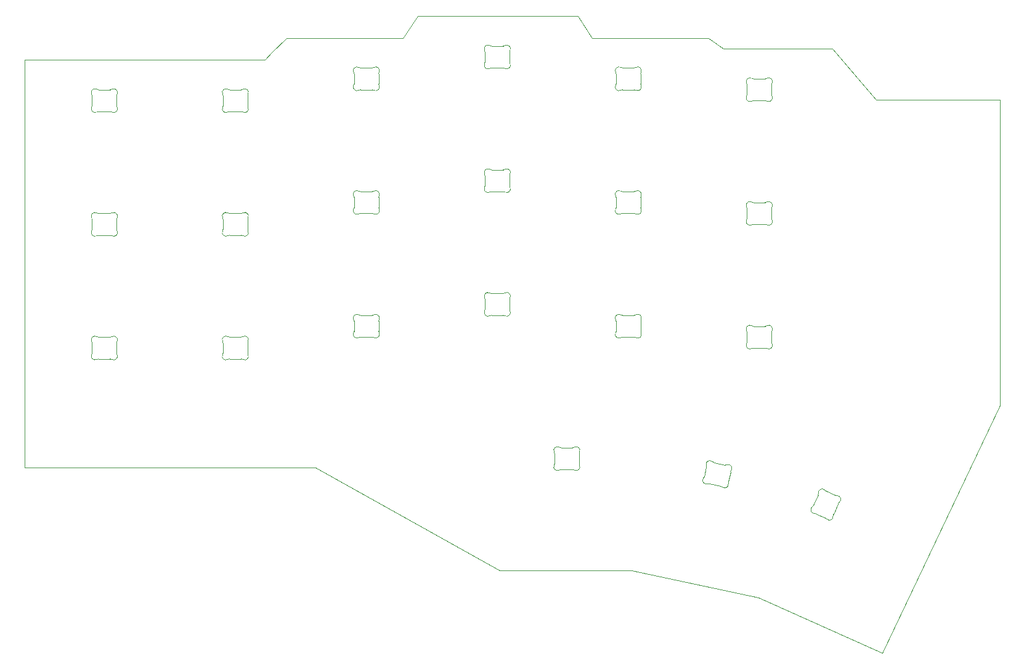
<source format=gm1>
%TF.GenerationSoftware,KiCad,Pcbnew,9.0.5*%
%TF.CreationDate,2025-11-02T20:14:42+07:00*%
%TF.ProjectId,moon_knight_v1,6d6f6f6e-5f6b-46e6-9967-68745f76312e,rev?*%
%TF.SameCoordinates,Original*%
%TF.FileFunction,Profile,NP*%
%FSLAX46Y46*%
G04 Gerber Fmt 4.6, Leading zero omitted, Abs format (unit mm)*
G04 Created by KiCad (PCBNEW 9.0.5) date 2025-11-02 20:14:42*
%MOMM*%
%LPD*%
G01*
G04 APERTURE LIST*
%TA.AperFunction,Profile*%
%ADD10C,0.050000*%
%TD*%
%TA.AperFunction,Profile*%
%ADD11C,0.100000*%
%TD*%
G04 APERTURE END LIST*
D10*
X111381190Y-41815000D02*
X109381190Y-40315000D01*
X51381190Y-40315000D02*
X49381190Y-42315000D01*
X51381190Y-40315000D02*
X67381190Y-40315000D01*
X15381190Y-43315000D02*
X47381190Y-43315000D01*
X111381190Y-41815000D02*
X126381190Y-41815000D01*
X93381190Y-40315000D02*
X109381190Y-40315000D01*
X126381190Y-41815000D02*
X132381190Y-48815000D01*
X80701952Y-113511900D02*
X55381190Y-99315000D01*
X98797085Y-113510900D02*
X116208119Y-117211698D01*
X98797085Y-113510900D02*
X80701952Y-113511900D01*
X49381190Y-42315000D02*
X48381190Y-43315000D01*
X132381190Y-48815000D02*
X149381190Y-48815000D01*
X91381190Y-37315000D02*
X93381190Y-40315000D01*
X15381190Y-99315000D02*
X15381190Y-43315000D01*
X15381190Y-99315000D02*
X55381190Y-99315000D01*
X149381190Y-90815000D02*
X133245843Y-124826988D01*
X69381190Y-37315000D02*
X91381190Y-37315000D01*
X48381190Y-43315000D02*
X47381190Y-43315000D01*
X149381190Y-90815000D02*
X149381190Y-48815000D01*
X133245843Y-124826988D02*
X116208119Y-117211698D01*
X67381190Y-40315000D02*
X69381190Y-37315000D01*
D11*
%TO.C,LED12*%
X114646191Y-65127843D02*
X114646191Y-63722159D01*
X115551738Y-62925001D02*
X117140642Y-62925001D01*
X117140642Y-65925000D02*
X115551737Y-65925000D01*
X118046189Y-63722159D02*
X118046189Y-65127843D01*
X114596706Y-63505281D02*
G75*
G02*
X114646191Y-63722159I-450505J-216876D01*
G01*
X114596706Y-63505282D02*
G75*
G02*
X115299479Y-62856702I450514J216880D01*
G01*
X114646191Y-65127844D02*
G75*
G02*
X114596706Y-65344721I-499990J-1D01*
G01*
X115299479Y-65993299D02*
G75*
G02*
X114596705Y-65344721I-252259J431700D01*
G01*
X115299479Y-65993299D02*
G75*
G02*
X115551737Y-65925000I252261J-431710D01*
G01*
X115551738Y-62925001D02*
G75*
G02*
X115299479Y-62856702I2J500009D01*
G01*
X117140643Y-65925001D02*
G75*
G02*
X117392901Y-65993300I-3J-500009D01*
G01*
X117392900Y-62856702D02*
G75*
G02*
X117140642Y-62925000I-252260J431712D01*
G01*
X117392901Y-62856704D02*
G75*
G02*
X118095670Y-63505279I252259J-431696D01*
G01*
X118046189Y-63722158D02*
G75*
G02*
X118095673Y-63505281I500361J-82D01*
G01*
X118095674Y-65344721D02*
G75*
G02*
X117392901Y-65993300I-450514J-216879D01*
G01*
X118095674Y-65344721D02*
G75*
G02*
X118046214Y-65127843I450516J216821D01*
G01*
%TO.C,LED6*%
X24646191Y-49627841D02*
X24646191Y-48222157D01*
X25551738Y-47425000D02*
X27140643Y-47425000D01*
X27140642Y-50424999D02*
X25551738Y-50424999D01*
X28046189Y-48222157D02*
X28046189Y-49627841D01*
X24596706Y-48005279D02*
G75*
G02*
X24646166Y-48222157I-450516J-216821D01*
G01*
X24596706Y-48005279D02*
G75*
G02*
X25299479Y-47356700I450514J216879D01*
G01*
X24646191Y-49627842D02*
G75*
G02*
X24596707Y-49844719I-500361J82D01*
G01*
X25299479Y-50493296D02*
G75*
G02*
X24596710Y-49844721I-252259J431696D01*
G01*
X25299480Y-50493298D02*
G75*
G02*
X25551738Y-50425000I252260J-431712D01*
G01*
X25551737Y-47424999D02*
G75*
G02*
X25299479Y-47356700I3J500009D01*
G01*
X27140642Y-50424999D02*
G75*
G02*
X27392901Y-50493298I-2J-500009D01*
G01*
X27392901Y-47356701D02*
G75*
G02*
X27140643Y-47425000I-252261J431710D01*
G01*
X27392901Y-47356701D02*
G75*
G02*
X28095675Y-48005279I252259J-431700D01*
G01*
X28046189Y-48222156D02*
G75*
G02*
X28095674Y-48005279I499990J1D01*
G01*
X28095674Y-49844718D02*
G75*
G02*
X27392901Y-50493298I-450514J-216880D01*
G01*
X28095674Y-49844719D02*
G75*
G02*
X28046189Y-49627841I450505J216876D01*
G01*
%TO.C,LED20*%
X108761331Y-100613590D02*
X109053589Y-99238623D01*
X110105086Y-98647159D02*
X111659269Y-98977510D01*
X111035534Y-101911952D02*
X109481350Y-101581600D01*
X112379289Y-99945522D02*
X112087031Y-101320489D01*
X108761332Y-100613591D02*
G75*
G02*
X108667836Y-100815440I-489039J103944D01*
G01*
X109050277Y-99016196D02*
G75*
G02*
X109053589Y-99238623I-485752J-118471D01*
G01*
X109050277Y-99016197D02*
G75*
G02*
X109872541Y-98527904I485761J118474D01*
G01*
X109220402Y-101595959D02*
G75*
G02*
X108667836Y-100815440I-156990J474713D01*
G01*
X109220402Y-101595959D02*
G75*
G02*
X109481350Y-101581600I156990J-474703D01*
G01*
X110105086Y-98647159D02*
G75*
G02*
X109872540Y-98527905I103963J489089D01*
G01*
X111035535Y-101911951D02*
G75*
G02*
X111268081Y-102031206I-103959J-489075D01*
G01*
X111920214Y-98963151D02*
G75*
G02*
X111659269Y-98977512I-156995J474747D01*
G01*
X111920215Y-98963153D02*
G75*
G02*
X112472781Y-99743669I156992J-474710D01*
G01*
X112090343Y-101542916D02*
G75*
G02*
X111268080Y-102031207I-485761J-118473D01*
G01*
X112090343Y-101542916D02*
G75*
G02*
X112087055Y-101320494I485751J118415D01*
G01*
X112379289Y-99945521D02*
G75*
G02*
X112472784Y-99743672I489400J-104109D01*
G01*
%TO.C,LED5*%
X42646191Y-49627841D02*
X42646191Y-48222157D01*
X43551738Y-47425000D02*
X45140643Y-47425000D01*
X45140642Y-50424999D02*
X43551738Y-50424999D01*
X46046189Y-48222157D02*
X46046189Y-49627841D01*
X42596706Y-48005279D02*
G75*
G02*
X42646166Y-48222157I-450516J-216821D01*
G01*
X42596706Y-48005279D02*
G75*
G02*
X43299479Y-47356700I450514J216879D01*
G01*
X42646191Y-49627842D02*
G75*
G02*
X42596707Y-49844719I-500361J82D01*
G01*
X43299479Y-50493296D02*
G75*
G02*
X42596710Y-49844721I-252259J431696D01*
G01*
X43299480Y-50493298D02*
G75*
G02*
X43551738Y-50425000I252260J-431712D01*
G01*
X43551737Y-47424999D02*
G75*
G02*
X43299479Y-47356700I3J500009D01*
G01*
X45140642Y-50424999D02*
G75*
G02*
X45392901Y-50493298I-2J-500009D01*
G01*
X45392901Y-47356701D02*
G75*
G02*
X45140643Y-47425000I-252261J431710D01*
G01*
X45392901Y-47356701D02*
G75*
G02*
X46095675Y-48005279I252259J-431700D01*
G01*
X46046189Y-48222156D02*
G75*
G02*
X46095674Y-48005279I499990J1D01*
G01*
X46095674Y-49844718D02*
G75*
G02*
X45392901Y-50493298I-450514J-216880D01*
G01*
X46095674Y-49844719D02*
G75*
G02*
X46046189Y-49627841I450505J216876D01*
G01*
%TO.C,LED13*%
X114646191Y-82127841D02*
X114646191Y-80722157D01*
X115551738Y-79925000D02*
X117140643Y-79925000D01*
X117140642Y-82924999D02*
X115551738Y-82924999D01*
X118046189Y-80722157D02*
X118046189Y-82127841D01*
X114596706Y-80505279D02*
G75*
G02*
X114646166Y-80722157I-450516J-216821D01*
G01*
X114596706Y-80505279D02*
G75*
G02*
X115299479Y-79856700I450514J216879D01*
G01*
X114646191Y-82127842D02*
G75*
G02*
X114596707Y-82344719I-500361J82D01*
G01*
X115299479Y-82993296D02*
G75*
G02*
X114596710Y-82344721I-252259J431696D01*
G01*
X115299480Y-82993298D02*
G75*
G02*
X115551738Y-82925000I252260J-431712D01*
G01*
X115551737Y-79924999D02*
G75*
G02*
X115299479Y-79856700I3J500009D01*
G01*
X117140642Y-82924999D02*
G75*
G02*
X117392901Y-82993298I-2J-500009D01*
G01*
X117392901Y-79856701D02*
G75*
G02*
X117140643Y-79925000I-252261J431710D01*
G01*
X117392901Y-79856701D02*
G75*
G02*
X118095675Y-80505279I252259J-431700D01*
G01*
X118046189Y-80722156D02*
G75*
G02*
X118095674Y-80505279I499990J1D01*
G01*
X118095674Y-82344718D02*
G75*
G02*
X117392901Y-82993298I-450514J-216880D01*
G01*
X118095674Y-82344719D02*
G75*
G02*
X118046189Y-82127841I450505J216876D01*
G01*
%TO.C,LED2*%
X96646191Y-46627841D02*
X96646191Y-45222157D01*
X97551738Y-44425000D02*
X99140643Y-44425000D01*
X99140642Y-47424999D02*
X97551738Y-47424999D01*
X100046189Y-45222157D02*
X100046189Y-46627841D01*
X96596706Y-45005279D02*
G75*
G02*
X96646166Y-45222157I-450516J-216821D01*
G01*
X96596706Y-45005279D02*
G75*
G02*
X97299479Y-44356700I450514J216879D01*
G01*
X96646191Y-46627842D02*
G75*
G02*
X96596707Y-46844719I-500361J82D01*
G01*
X97299479Y-47493296D02*
G75*
G02*
X96596710Y-46844721I-252259J431696D01*
G01*
X97299480Y-47493298D02*
G75*
G02*
X97551738Y-47425000I252260J-431712D01*
G01*
X97551737Y-44424999D02*
G75*
G02*
X97299479Y-44356700I3J500009D01*
G01*
X99140642Y-47424999D02*
G75*
G02*
X99392901Y-47493298I-2J-500009D01*
G01*
X99392901Y-44356701D02*
G75*
G02*
X99140643Y-44425000I-252261J431710D01*
G01*
X99392901Y-44356701D02*
G75*
G02*
X100095675Y-45005279I252259J-431700D01*
G01*
X100046189Y-45222156D02*
G75*
G02*
X100095674Y-45005279I499990J1D01*
G01*
X100095674Y-46844718D02*
G75*
G02*
X99392901Y-47493298I-450514J-216880D01*
G01*
X100095674Y-46844719D02*
G75*
G02*
X100046189Y-46627841I450505J216876D01*
G01*
%TO.C,LED14*%
X96646191Y-80627841D02*
X96646191Y-79222157D01*
X97551738Y-78425000D02*
X99140643Y-78425000D01*
X99140642Y-81424999D02*
X97551738Y-81424999D01*
X100046189Y-79222157D02*
X100046189Y-80627841D01*
X96596706Y-79005279D02*
G75*
G02*
X96646166Y-79222157I-450516J-216821D01*
G01*
X96596706Y-79005279D02*
G75*
G02*
X97299479Y-78356700I450514J216879D01*
G01*
X96646191Y-80627842D02*
G75*
G02*
X96596707Y-80844719I-500361J82D01*
G01*
X97299479Y-81493296D02*
G75*
G02*
X96596710Y-80844721I-252259J431696D01*
G01*
X97299480Y-81493298D02*
G75*
G02*
X97551738Y-81425000I252260J-431712D01*
G01*
X97551737Y-78424999D02*
G75*
G02*
X97299479Y-78356700I3J500009D01*
G01*
X99140642Y-81424999D02*
G75*
G02*
X99392901Y-81493298I-2J-500009D01*
G01*
X99392901Y-78356701D02*
G75*
G02*
X99140643Y-78425000I-252261J431710D01*
G01*
X99392901Y-78356701D02*
G75*
G02*
X100095675Y-79005279I252259J-431700D01*
G01*
X100046189Y-79222156D02*
G75*
G02*
X100095674Y-79005279I499990J1D01*
G01*
X100095674Y-80844718D02*
G75*
G02*
X99392901Y-81493298I-450514J-216880D01*
G01*
X100095674Y-80844719D02*
G75*
G02*
X100046189Y-80627841I450505J216876D01*
G01*
%TO.C,LED15*%
X78646191Y-77627841D02*
X78646191Y-76222157D01*
X79551738Y-75425000D02*
X81140643Y-75425000D01*
X81140642Y-78424999D02*
X79551738Y-78424999D01*
X82046189Y-76222157D02*
X82046189Y-77627841D01*
X78596706Y-76005279D02*
G75*
G02*
X78646166Y-76222157I-450516J-216821D01*
G01*
X78596706Y-76005279D02*
G75*
G02*
X79299479Y-75356700I450514J216879D01*
G01*
X78646191Y-77627842D02*
G75*
G02*
X78596707Y-77844719I-500361J82D01*
G01*
X79299479Y-78493296D02*
G75*
G02*
X78596710Y-77844721I-252259J431696D01*
G01*
X79299480Y-78493298D02*
G75*
G02*
X79551738Y-78425000I252260J-431712D01*
G01*
X79551737Y-75424999D02*
G75*
G02*
X79299479Y-75356700I3J500009D01*
G01*
X81140642Y-78424999D02*
G75*
G02*
X81392901Y-78493298I-2J-500009D01*
G01*
X81392901Y-75356701D02*
G75*
G02*
X81140643Y-75425000I-252261J431710D01*
G01*
X81392901Y-75356701D02*
G75*
G02*
X82095675Y-76005279I252259J-431700D01*
G01*
X82046189Y-76222156D02*
G75*
G02*
X82095674Y-76005279I499990J1D01*
G01*
X82095674Y-77844718D02*
G75*
G02*
X81392901Y-78493298I-450514J-216880D01*
G01*
X82095674Y-77844719D02*
G75*
G02*
X82046189Y-77627841I450505J216876D01*
G01*
%TO.C,LED9*%
X60646191Y-63627843D02*
X60646191Y-62222159D01*
X61551738Y-61425001D02*
X63140642Y-61425001D01*
X63140642Y-64425000D02*
X61551737Y-64425000D01*
X64046189Y-62222159D02*
X64046189Y-63627843D01*
X60596706Y-62005281D02*
G75*
G02*
X60646191Y-62222159I-450505J-216876D01*
G01*
X60596706Y-62005282D02*
G75*
G02*
X61299479Y-61356702I450514J216880D01*
G01*
X60646191Y-63627844D02*
G75*
G02*
X60596706Y-63844721I-499990J-1D01*
G01*
X61299479Y-64493299D02*
G75*
G02*
X60596705Y-63844721I-252259J431700D01*
G01*
X61299479Y-64493299D02*
G75*
G02*
X61551737Y-64425000I252261J-431710D01*
G01*
X61551738Y-61425001D02*
G75*
G02*
X61299479Y-61356702I2J500009D01*
G01*
X63140643Y-64425001D02*
G75*
G02*
X63392901Y-64493300I-3J-500009D01*
G01*
X63392900Y-61356702D02*
G75*
G02*
X63140642Y-61425000I-252260J431712D01*
G01*
X63392901Y-61356704D02*
G75*
G02*
X64095670Y-62005279I252259J-431696D01*
G01*
X64046189Y-62222158D02*
G75*
G02*
X64095673Y-62005281I500361J-82D01*
G01*
X64095674Y-63844721D02*
G75*
G02*
X63392901Y-64493300I-450514J-216879D01*
G01*
X64095674Y-63844721D02*
G75*
G02*
X64046214Y-63627843I450516J216821D01*
G01*
%TO.C,LED10*%
X78646191Y-60627843D02*
X78646191Y-59222159D01*
X79551738Y-58425001D02*
X81140642Y-58425001D01*
X81140642Y-61425000D02*
X79551737Y-61425000D01*
X82046189Y-59222159D02*
X82046189Y-60627843D01*
X78596706Y-59005281D02*
G75*
G02*
X78646191Y-59222159I-450505J-216876D01*
G01*
X78596706Y-59005282D02*
G75*
G02*
X79299479Y-58356702I450514J216880D01*
G01*
X78646191Y-60627844D02*
G75*
G02*
X78596706Y-60844721I-499990J-1D01*
G01*
X79299479Y-61493299D02*
G75*
G02*
X78596705Y-60844721I-252259J431700D01*
G01*
X79299479Y-61493299D02*
G75*
G02*
X79551737Y-61425000I252261J-431710D01*
G01*
X79551738Y-58425001D02*
G75*
G02*
X79299479Y-58356702I2J500009D01*
G01*
X81140643Y-61425001D02*
G75*
G02*
X81392901Y-61493300I-3J-500009D01*
G01*
X81392900Y-58356702D02*
G75*
G02*
X81140642Y-58425000I-252260J431712D01*
G01*
X81392901Y-58356704D02*
G75*
G02*
X82095670Y-59005279I252259J-431696D01*
G01*
X82046189Y-59222158D02*
G75*
G02*
X82095673Y-59005281I500361J-82D01*
G01*
X82095674Y-60844721D02*
G75*
G02*
X81392901Y-61493300I-450514J-216879D01*
G01*
X82095674Y-60844721D02*
G75*
G02*
X82046214Y-60627843I450516J216821D01*
G01*
%TO.C,LED3*%
X78646191Y-43627841D02*
X78646191Y-42222157D01*
X79551738Y-41425000D02*
X81140643Y-41425000D01*
X81140642Y-44424999D02*
X79551738Y-44424999D01*
X82046189Y-42222157D02*
X82046189Y-43627841D01*
X78596706Y-42005279D02*
G75*
G02*
X78646166Y-42222157I-450516J-216821D01*
G01*
X78596706Y-42005279D02*
G75*
G02*
X79299479Y-41356700I450514J216879D01*
G01*
X78646191Y-43627842D02*
G75*
G02*
X78596707Y-43844719I-500361J82D01*
G01*
X79299479Y-44493296D02*
G75*
G02*
X78596710Y-43844721I-252259J431696D01*
G01*
X79299480Y-44493298D02*
G75*
G02*
X79551738Y-44425000I252260J-431712D01*
G01*
X79551737Y-41424999D02*
G75*
G02*
X79299479Y-41356700I3J500009D01*
G01*
X81140642Y-44424999D02*
G75*
G02*
X81392901Y-44493298I-2J-500009D01*
G01*
X81392901Y-41356701D02*
G75*
G02*
X81140643Y-41425000I-252261J431710D01*
G01*
X81392901Y-41356701D02*
G75*
G02*
X82095675Y-42005279I252259J-431700D01*
G01*
X82046189Y-42222156D02*
G75*
G02*
X82095674Y-42005279I499990J1D01*
G01*
X82095674Y-43844718D02*
G75*
G02*
X81392901Y-44493298I-450514J-216880D01*
G01*
X82095674Y-43844719D02*
G75*
G02*
X82046189Y-43627841I450505J216876D01*
G01*
%TO.C,LED7*%
X24646191Y-66627843D02*
X24646191Y-65222159D01*
X25551738Y-64425001D02*
X27140642Y-64425001D01*
X27140642Y-67425000D02*
X25551737Y-67425000D01*
X28046189Y-65222159D02*
X28046189Y-66627843D01*
X24596706Y-65005281D02*
G75*
G02*
X24646191Y-65222159I-450505J-216876D01*
G01*
X24596706Y-65005282D02*
G75*
G02*
X25299479Y-64356702I450514J216880D01*
G01*
X24646191Y-66627844D02*
G75*
G02*
X24596706Y-66844721I-499990J-1D01*
G01*
X25299479Y-67493299D02*
G75*
G02*
X24596705Y-66844721I-252259J431700D01*
G01*
X25299479Y-67493299D02*
G75*
G02*
X25551737Y-67425000I252261J-431710D01*
G01*
X25551738Y-64425001D02*
G75*
G02*
X25299479Y-64356702I2J500009D01*
G01*
X27140643Y-67425001D02*
G75*
G02*
X27392901Y-67493300I-3J-500009D01*
G01*
X27392900Y-64356702D02*
G75*
G02*
X27140642Y-64425000I-252260J431712D01*
G01*
X27392901Y-64356704D02*
G75*
G02*
X28095670Y-65005279I252259J-431696D01*
G01*
X28046189Y-65222158D02*
G75*
G02*
X28095673Y-65005281I500361J-82D01*
G01*
X28095674Y-66844721D02*
G75*
G02*
X27392901Y-67493300I-450514J-216879D01*
G01*
X28095674Y-66844721D02*
G75*
G02*
X28046214Y-66627843I450516J216821D01*
G01*
%TO.C,LED8*%
X42646191Y-66627843D02*
X42646191Y-65222159D01*
X43551738Y-64425001D02*
X45140642Y-64425001D01*
X45140642Y-67425000D02*
X43551737Y-67425000D01*
X46046189Y-65222159D02*
X46046189Y-66627843D01*
X42596706Y-65005281D02*
G75*
G02*
X42646191Y-65222159I-450505J-216876D01*
G01*
X42596706Y-65005282D02*
G75*
G02*
X43299479Y-64356702I450514J216880D01*
G01*
X42646191Y-66627844D02*
G75*
G02*
X42596706Y-66844721I-499990J-1D01*
G01*
X43299479Y-67493299D02*
G75*
G02*
X42596705Y-66844721I-252259J431700D01*
G01*
X43299479Y-67493299D02*
G75*
G02*
X43551737Y-67425000I252261J-431710D01*
G01*
X43551738Y-64425001D02*
G75*
G02*
X43299479Y-64356702I2J500009D01*
G01*
X45140643Y-67425001D02*
G75*
G02*
X45392901Y-67493300I-3J-500009D01*
G01*
X45392900Y-64356702D02*
G75*
G02*
X45140642Y-64425000I-252260J431712D01*
G01*
X45392901Y-64356704D02*
G75*
G02*
X46095670Y-65005279I252259J-431696D01*
G01*
X46046189Y-65222158D02*
G75*
G02*
X46095673Y-65005281I500361J-82D01*
G01*
X46095674Y-66844721D02*
G75*
G02*
X45392901Y-67493300I-450514J-216879D01*
G01*
X46095674Y-66844721D02*
G75*
G02*
X46046214Y-66627843I450516J216821D01*
G01*
%TO.C,LED11*%
X96646191Y-63627843D02*
X96646191Y-62222159D01*
X97551738Y-61425001D02*
X99140642Y-61425001D01*
X99140642Y-64425000D02*
X97551737Y-64425000D01*
X100046189Y-62222159D02*
X100046189Y-63627843D01*
X96596706Y-62005281D02*
G75*
G02*
X96646191Y-62222159I-450505J-216876D01*
G01*
X96596706Y-62005282D02*
G75*
G02*
X97299479Y-61356702I450514J216880D01*
G01*
X96646191Y-63627844D02*
G75*
G02*
X96596706Y-63844721I-499990J-1D01*
G01*
X97299479Y-64493299D02*
G75*
G02*
X96596705Y-63844721I-252259J431700D01*
G01*
X97299479Y-64493299D02*
G75*
G02*
X97551737Y-64425000I252261J-431710D01*
G01*
X97551738Y-61425001D02*
G75*
G02*
X97299479Y-61356702I2J500009D01*
G01*
X99140643Y-64425001D02*
G75*
G02*
X99392901Y-64493300I-3J-500009D01*
G01*
X99392900Y-61356702D02*
G75*
G02*
X99140642Y-61425000I-252260J431712D01*
G01*
X99392901Y-61356704D02*
G75*
G02*
X100095670Y-62005279I252259J-431696D01*
G01*
X100046189Y-62222158D02*
G75*
G02*
X100095673Y-62005281I500361J-82D01*
G01*
X100095674Y-63844721D02*
G75*
G02*
X99392901Y-64493300I-450514J-216879D01*
G01*
X100095674Y-63844721D02*
G75*
G02*
X100046214Y-63627843I450516J216821D01*
G01*
%TO.C,LED21*%
X123783108Y-104554993D02*
X124429373Y-103103457D01*
X125427185Y-106278228D02*
X124143029Y-105706485D01*
X125525933Y-102600432D02*
X126810089Y-103172176D01*
X127170009Y-104323667D02*
X126523743Y-105775204D01*
X123783108Y-104554993D02*
G75*
G02*
X123618111Y-104757664I-456786J203378D01*
G01*
X123924774Y-105663480D02*
G75*
G02*
X124143029Y-105706485I14882J-499806D01*
G01*
X123924775Y-105663480D02*
G75*
G02*
X123618112Y-104757665I-14890J499777D01*
G01*
X124469582Y-102845229D02*
G75*
G02*
X124429371Y-103103456I-496970J-54856D01*
G01*
X124469584Y-102845228D02*
G75*
G02*
X125347938Y-102467007I496986J54859D01*
G01*
X125427186Y-106278229D02*
G75*
G02*
X125605186Y-106411647I-203363J-456764D01*
G01*
X125525932Y-102600432D02*
G75*
G02*
X125347932Y-102467013I203611J457092D01*
G01*
X126483535Y-106033433D02*
G75*
G02*
X125605185Y-106411648I-496980J-54863D01*
G01*
X126483535Y-106033433D02*
G75*
G02*
X126523743Y-105775204I497018J54855D01*
G01*
X127028344Y-103215181D02*
G75*
G02*
X126810099Y-103172153I-14834J499756D01*
G01*
X127028344Y-103215181D02*
G75*
G02*
X127335007Y-104120997I14888J-499778D01*
G01*
X127170010Y-104323666D02*
G75*
G02*
X127335007Y-104120997I456780J-203375D01*
G01*
%TO.C,LED1*%
X114646191Y-48127841D02*
X114646191Y-46722157D01*
X115551738Y-45925000D02*
X117140643Y-45925000D01*
X117140642Y-48924999D02*
X115551738Y-48924999D01*
X118046189Y-46722157D02*
X118046189Y-48127841D01*
X114596706Y-46505279D02*
G75*
G02*
X114646166Y-46722157I-450516J-216821D01*
G01*
X114596706Y-46505279D02*
G75*
G02*
X115299479Y-45856700I450514J216879D01*
G01*
X114646191Y-48127842D02*
G75*
G02*
X114596707Y-48344719I-500361J82D01*
G01*
X115299479Y-48993296D02*
G75*
G02*
X114596710Y-48344721I-252259J431696D01*
G01*
X115299480Y-48993298D02*
G75*
G02*
X115551738Y-48925000I252260J-431712D01*
G01*
X115551737Y-45924999D02*
G75*
G02*
X115299479Y-45856700I3J500009D01*
G01*
X117140642Y-48924999D02*
G75*
G02*
X117392901Y-48993298I-2J-500009D01*
G01*
X117392901Y-45856701D02*
G75*
G02*
X117140643Y-45925000I-252261J431710D01*
G01*
X117392901Y-45856701D02*
G75*
G02*
X118095675Y-46505279I252259J-431700D01*
G01*
X118046189Y-46722156D02*
G75*
G02*
X118095674Y-46505279I499990J1D01*
G01*
X118095674Y-48344718D02*
G75*
G02*
X117392901Y-48993298I-450514J-216880D01*
G01*
X118095674Y-48344719D02*
G75*
G02*
X118046189Y-48127841I450505J216876D01*
G01*
%TO.C,LED17*%
X42646191Y-83627841D02*
X42646191Y-82222157D01*
X43551738Y-81425000D02*
X45140643Y-81425000D01*
X45140642Y-84424999D02*
X43551738Y-84424999D01*
X46046189Y-82222157D02*
X46046189Y-83627841D01*
X42596706Y-82005279D02*
G75*
G02*
X42646166Y-82222157I-450516J-216821D01*
G01*
X42596706Y-82005279D02*
G75*
G02*
X43299479Y-81356700I450514J216879D01*
G01*
X42646191Y-83627842D02*
G75*
G02*
X42596707Y-83844719I-500361J82D01*
G01*
X43299479Y-84493296D02*
G75*
G02*
X42596710Y-83844721I-252259J431696D01*
G01*
X43299480Y-84493298D02*
G75*
G02*
X43551738Y-84425000I252260J-431712D01*
G01*
X43551737Y-81424999D02*
G75*
G02*
X43299479Y-81356700I3J500009D01*
G01*
X45140642Y-84424999D02*
G75*
G02*
X45392901Y-84493298I-2J-500009D01*
G01*
X45392901Y-81356701D02*
G75*
G02*
X45140643Y-81425000I-252261J431710D01*
G01*
X45392901Y-81356701D02*
G75*
G02*
X46095675Y-82005279I252259J-431700D01*
G01*
X46046189Y-82222156D02*
G75*
G02*
X46095674Y-82005279I499990J1D01*
G01*
X46095674Y-83844718D02*
G75*
G02*
X45392901Y-84493298I-450514J-216880D01*
G01*
X46095674Y-83844719D02*
G75*
G02*
X46046189Y-83627841I450505J216876D01*
G01*
%TO.C,LED4*%
X60646191Y-46627841D02*
X60646191Y-45222157D01*
X61551738Y-44425000D02*
X63140643Y-44425000D01*
X63140642Y-47424999D02*
X61551738Y-47424999D01*
X64046189Y-45222157D02*
X64046189Y-46627841D01*
X60596706Y-45005279D02*
G75*
G02*
X60646166Y-45222157I-450516J-216821D01*
G01*
X60596706Y-45005279D02*
G75*
G02*
X61299479Y-44356700I450514J216879D01*
G01*
X60646191Y-46627842D02*
G75*
G02*
X60596707Y-46844719I-500361J82D01*
G01*
X61299479Y-47493296D02*
G75*
G02*
X60596710Y-46844721I-252259J431696D01*
G01*
X61299480Y-47493298D02*
G75*
G02*
X61551738Y-47425000I252260J-431712D01*
G01*
X61551737Y-44424999D02*
G75*
G02*
X61299479Y-44356700I3J500009D01*
G01*
X63140642Y-47424999D02*
G75*
G02*
X63392901Y-47493298I-2J-500009D01*
G01*
X63392901Y-44356701D02*
G75*
G02*
X63140643Y-44425000I-252261J431710D01*
G01*
X63392901Y-44356701D02*
G75*
G02*
X64095675Y-45005279I252259J-431700D01*
G01*
X64046189Y-45222156D02*
G75*
G02*
X64095674Y-45005279I499990J1D01*
G01*
X64095674Y-46844718D02*
G75*
G02*
X63392901Y-47493298I-450514J-216880D01*
G01*
X64095674Y-46844719D02*
G75*
G02*
X64046189Y-46627841I450505J216876D01*
G01*
%TO.C,LED18*%
X24646191Y-83627841D02*
X24646191Y-82222157D01*
X25551738Y-81425000D02*
X27140643Y-81425000D01*
X27140642Y-84424999D02*
X25551738Y-84424999D01*
X28046189Y-82222157D02*
X28046189Y-83627841D01*
X24596706Y-82005279D02*
G75*
G02*
X24646166Y-82222157I-450516J-216821D01*
G01*
X24596706Y-82005279D02*
G75*
G02*
X25299479Y-81356700I450514J216879D01*
G01*
X24646191Y-83627842D02*
G75*
G02*
X24596707Y-83844719I-500361J82D01*
G01*
X25299479Y-84493296D02*
G75*
G02*
X24596710Y-83844721I-252259J431696D01*
G01*
X25299480Y-84493298D02*
G75*
G02*
X25551738Y-84425000I252260J-431712D01*
G01*
X25551737Y-81424999D02*
G75*
G02*
X25299479Y-81356700I3J500009D01*
G01*
X27140642Y-84424999D02*
G75*
G02*
X27392901Y-84493298I-2J-500009D01*
G01*
X27392901Y-81356701D02*
G75*
G02*
X27140643Y-81425000I-252261J431710D01*
G01*
X27392901Y-81356701D02*
G75*
G02*
X28095675Y-82005279I252259J-431700D01*
G01*
X28046189Y-82222156D02*
G75*
G02*
X28095674Y-82005279I499990J1D01*
G01*
X28095674Y-83844718D02*
G75*
G02*
X27392901Y-84493298I-450514J-216880D01*
G01*
X28095674Y-83844719D02*
G75*
G02*
X28046189Y-83627841I450505J216876D01*
G01*
%TO.C,LED16*%
X60646191Y-80627841D02*
X60646191Y-79222157D01*
X61551738Y-78425000D02*
X63140643Y-78425000D01*
X63140642Y-81424999D02*
X61551738Y-81424999D01*
X64046189Y-79222157D02*
X64046189Y-80627841D01*
X60596706Y-79005279D02*
G75*
G02*
X60646166Y-79222157I-450516J-216821D01*
G01*
X60596706Y-79005279D02*
G75*
G02*
X61299479Y-78356700I450514J216879D01*
G01*
X60646191Y-80627842D02*
G75*
G02*
X60596707Y-80844719I-500361J82D01*
G01*
X61299479Y-81493296D02*
G75*
G02*
X60596710Y-80844721I-252259J431696D01*
G01*
X61299480Y-81493298D02*
G75*
G02*
X61551738Y-81425000I252260J-431712D01*
G01*
X61551737Y-78424999D02*
G75*
G02*
X61299479Y-78356700I3J500009D01*
G01*
X63140642Y-81424999D02*
G75*
G02*
X63392901Y-81493298I-2J-500009D01*
G01*
X63392901Y-78356701D02*
G75*
G02*
X63140643Y-78425000I-252261J431710D01*
G01*
X63392901Y-78356701D02*
G75*
G02*
X64095675Y-79005279I252259J-431700D01*
G01*
X64046189Y-79222156D02*
G75*
G02*
X64095674Y-79005279I499990J1D01*
G01*
X64095674Y-80844718D02*
G75*
G02*
X63392901Y-81493298I-450514J-216880D01*
G01*
X64095674Y-80844719D02*
G75*
G02*
X64046189Y-80627841I450505J216876D01*
G01*
%TO.C,LED19*%
X88196191Y-98827843D02*
X88196191Y-97422159D01*
X89101738Y-96625001D02*
X90690642Y-96625001D01*
X90690642Y-99625000D02*
X89101737Y-99625000D01*
X91596189Y-97422159D02*
X91596189Y-98827843D01*
X88146706Y-97205281D02*
G75*
G02*
X88196191Y-97422159I-450505J-216876D01*
G01*
X88146706Y-97205282D02*
G75*
G02*
X88849479Y-96556702I450514J216880D01*
G01*
X88196191Y-98827844D02*
G75*
G02*
X88146706Y-99044721I-499990J-1D01*
G01*
X88849479Y-99693299D02*
G75*
G02*
X88146705Y-99044721I-252259J431700D01*
G01*
X88849479Y-99693299D02*
G75*
G02*
X89101737Y-99625000I252261J-431710D01*
G01*
X89101738Y-96625001D02*
G75*
G02*
X88849479Y-96556702I2J500009D01*
G01*
X90690643Y-99625001D02*
G75*
G02*
X90942901Y-99693300I-3J-500009D01*
G01*
X90942900Y-96556702D02*
G75*
G02*
X90690642Y-96625000I-252260J431712D01*
G01*
X90942901Y-96556704D02*
G75*
G02*
X91645670Y-97205279I252259J-431696D01*
G01*
X91596189Y-97422158D02*
G75*
G02*
X91645673Y-97205281I500361J-82D01*
G01*
X91645674Y-99044721D02*
G75*
G02*
X90942901Y-99693300I-450514J-216879D01*
G01*
X91645674Y-99044721D02*
G75*
G02*
X91596214Y-98827843I450516J216821D01*
G01*
%TD*%
M02*

</source>
